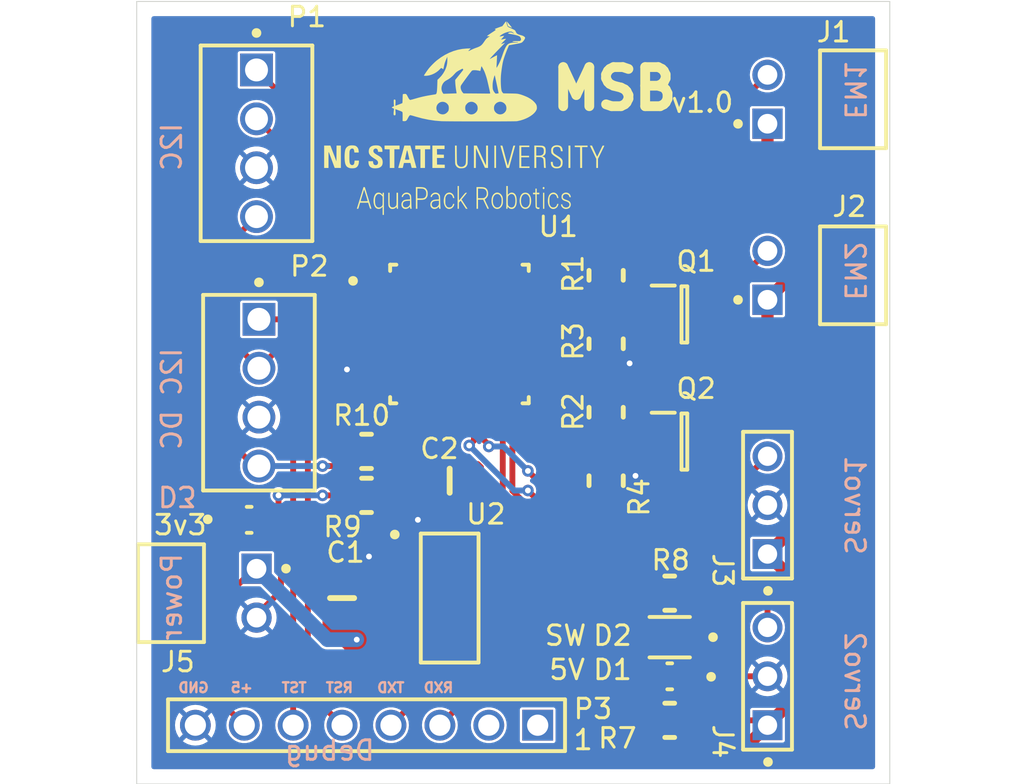
<source format=kicad_pcb>
(kicad_pcb (version 20221018) (generator pcbnew)
  (layers (0 "F.Cu" signal) (31 "B.Cu" signal) (34 "B.Paste" user) (35 "F.Paste" user) (36 "B.SilkS" user "B.Silkscreen") (37 "F.SilkS" user "F.Silkscreen") (38 "B.Mask" user) (39 "F.Mask" user) (44 "Edge.Cuts" user))
  (net 0 "")
  (net 1 "+3V3")
  (net 2 "GND")
  (net 3 "+5")
  (net 4 "Net-(C2-Pad1)")
  (net 5 "Net-(D1-A)")
  (net 6 "Net-(D2-A)")
  (net 7 "Net-(D3-A)")
  (net 8 "Net-(Q1-D)")
  (net 9 "Net-(Q2-D)")
  (net 10 "/SERVO1_CTRL")
  (net 11 "/SERVO2_CTRL")
  (net 12 "/SCL")
  (net 13 "/SDA")
  (net 16 "/RXD")
  (net 17 "/TXD")
  (net 18 "/RST")
  (net 19 "/TST")
  (net 20 "Net-(Q1-G)")
  (net 21 "Net-(Q2-G)")
  (net 22 "/DROP1_CTRL")
  (net 23 "/DROP2_CTRL")
  (net 24 "Net-(U1-P6.2{slash}TB3.3)")
  (footprint "AltiumImport:FP-22-05-3021-MFG" (layer "F.Cu") (at 166.0271 89.7636 90)
    (fp_text reference "J1" (at 2.8956 -1.8542 unlocked) (layer "F.SilkS") (effects (font (size 1.016 1.016) (thickness 0.1524)) (justify left bottom)))
    (fp_text value "22-05-3021" hide)
    (pad "1" thru_hole rect (at -1.27 -4.3205 90) (size 1.57 1.57) (drill 1.02) (layers "*.Cu" "*.Mask") (net 3 "+5"))
    (pad "2" thru_hole circle (at 1.27 -4.3205 90) (size 1.57 1.57) (drill 1.02) (layers "*.Cu" "*.Mask") (net 8 "Net-(Q1-D)"))
  )
  (footprint "AltiumImport:SMD-0805-RES" (layer "F.Cu") (at 156.6291 122.0216 90)
    (fp_text reference "R7" (at -1.524 -3.81 unlocked) (layer "F.SilkS") (effects (font (size 1.016 1.016) (thickness 0.1524)) (justify left bottom)))
    (fp_text value "309" hide)
    (pad "1" smd rect (at 0 -1.016) (size 1.016 1.524) (layers "F.Cu" "F.Paste" "F.Mask") (net 5 "Net-(D1-A)"))
    (pad "2" smd rect (at 0 1.016) (size 1.016 1.524) (layers "F.Cu" "F.Paste" "F.Mask") (net 3 "+5"))
  )
  (footprint "AltiumImport:SMD-0805-RES" (layer "F.Cu") (at 140.8811 108.0516 -90)
    (fp_text reference "R10" (at -1.27 1.8288 unlocked) (layer "F.SilkS") (effects (font (size 1.016 1.016) (thickness 0.1524)) (justify left bottom)))
    (fp_text value "0.0" hide)
    (pad "1" smd rect (at 0 -1.016 180) (size 1.016 1.524) (layers "F.Cu" "F.Paste" "F.Mask") (net 4 "Net-(C2-Pad1)"))
    (pad "2" smd rect (at 0 1.016 180) (size 1.016 1.524) (layers "F.Cu" "F.Paste" "F.Mask") (net 1 "+3V3"))
  )
  (footprint "AltiumImport:FP-PT0048A-MFG" (layer "F.Cu") (at 145.7071 101.9556)
    (fp_text reference "U1" (at 4.0132 -4.9784 unlocked) (layer "F.SilkS") (effects (font (size 1.016 1.016) (thickness 0.1524)) (justify left bottom)))
    (fp_text value "MSP430FR2355TPTR" hide)
    (pad "1" smd rect (at -4.25 -2.75) (size 1.4 0.3) (layers "F.Cu" "F.Paste" "F.Mask") (net 13 "/SDA"))
    (pad "2" smd rect (at -4.25 -2.25) (size 1.4 0.3) (layers "F.Cu" "F.Paste" "F.Mask"))
    (pad "3" smd rect (at -4.25 -1.75) (size 1.4 0.3) (layers "F.Cu" "F.Paste" "F.Mask"))
    (pad "4" smd rect (at -4.25 -1.25) (size 1.4 0.3) (layers "F.Cu" "F.Paste" "F.Mask") (net 19 "/TST"))
    (pad "5" smd rect (at -4.25 -0.75) (size 1.4 0.3) (layers "F.Cu" "F.Paste" "F.Mask") (net 18 "/RST"))
    (pad "6" smd rect (at -4.25 -0.25) (size 1.4 0.3) (layers "F.Cu" "F.Paste" "F.Mask") (net 1 "+3V3"))
    (pad "7" smd rect (at -4.25 0.25) (size 1.4 0.3) (layers "F.Cu" "F.Paste" "F.Mask") (net 2 "GND"))
    (pad "8" smd rect (at -4.25 0.75) (size 1.4 0.3) (layers "F.Cu" "F.Paste" "F.Mask"))
    (pad "9" smd rect (at -4.25 1.25) (size 1.4 0.3) (layers "F.Cu" "F.Paste" "F.Mask"))
    (pad "10" smd rect (at -4.25 1.75) (size 1.4 0.3) (layers "F.Cu" "F.Paste" "F.Mask"))
    (pad "11" smd rect (at -4.25 2.25) (size 1.4 0.3) (layers "F.Cu" "F.Paste" "F.Mask"))
    (pad "12" smd rect (at -4.25 2.75) (size 1.4 0.3) (layers "F.Cu" "F.Paste" "F.Mask"))
    (pad "13" smd rect (at -2.75 4.25) (size 0.3 1.4) (layers "F.Cu" "F.Paste" "F.Mask"))
    (pad "14" smd rect (at -2.25 4.25) (size 0.3 1.4) (layers "F.Cu" "F.Paste" "F.Mask"))
    (pad "15" smd rect (at -1.75 4.25) (size 0.3 1.4) (layers "F.Cu" "F.Paste" "F.Mask"))
    (pad "16" smd rect (at -1.25 4.25) (size 0.3 1.4) (layers "F.Cu" "F.Paste" "F.Mask"))
    (pad "17" smd rect (at -0.75 4.25) (size 0.3 1.4) (layers "F.Cu" "F.Paste" "F.Mask"))
    (pad "18" smd rect (at -0.25 4.25) (size 0.3 1.4) (layers "F.Cu" "F.Paste" "F.Mask"))
    (pad "19" smd rect (at 0.25 4.25) (size 0.3 1.4) (layers "F.Cu" "F.Paste" "F.Mask"))
    (pad "20" smd rect (at 0.75 4.25) (size 0.3 1.4) (layers "F.Cu" "F.Paste" "F.Mask") (net 24 "Net-(U1-P6.2{slash}TB3.3)"))
    (pad "21" smd rect (at 1.25 4.25) (size 0.3 1.4) (layers "F.Cu" "F.Paste" "F.Mask") (net 11 "/SERVO2_CTRL"))
    (pad "22" smd rect (at 1.75 4.25) (size 0.3 1.4) (layers "F.Cu" "F.Paste" "F.Mask") (net 10 "/SERVO1_CTRL"))
    (pad "23" smd rect (at 2.25 4.25) (size 0.3 1.4) (layers "F.Cu" "F.Paste" "F.Mask") (net 17 "/TXD"))
    (pad "24" smd rect (at 2.75 4.25) (size 0.3 1.4) (layers "F.Cu" "F.Paste" "F.Mask") (net 16 "/RXD"))
    (pad "25" smd rect (at 4.25 2.75) (size 1.4 0.3) (layers "F.Cu" "F.Paste" "F.Mask"))
    (pad "26" smd rect (at 4.25 2.25) (size 1.4 0.3) (layers "F.Cu" "F.Paste" "F.Mask"))
    (pad "27" smd rect (at 4.25 1.75) (size 1.4 0.3) (layers "F.Cu" "F.Paste" "F.Mask"))
    (pad "28" smd rect (at 4.25 1.25) (size 1.4 0.3) (layers "F.Cu" "F.Paste" "F.Mask") (net 23 "/DROP2_CTRL"))
    (pad "29" smd rect (at 4.25 0.75) (size 1.4 0.3) (layers "F.Cu" "F.Paste" "F.Mask"))
    (pad "30" smd rect (at 4.25 0.25) (size 1.4 0.3) (layers "F.Cu" "F.Paste" "F.Mask") (net 22 "/DROP1_CTRL"))
    (pad "31" smd rect (at 4.25 -0.25) (size 1.4 0.3) (layers "F.Cu" "F.Paste" "F.Mask"))
    (pad "32" smd rect (at 4.25 -0.75) (size 1.4 0.3) (layers "F.Cu" "F.Paste" "F.Mask"))
    (pad "33" smd rect (at 4.25 -1.25) (size 1.4 0.3) (layers "F.Cu" "F.Paste" "F.Mask"))
    (pad "34" smd rect (at 4.25 -1.75) (size 1.4 0.3) (layers "F.Cu" "F.Paste" "F.Mask"))
    (pad "35" smd rect (at 4.25 -2.25) (size 1.4 0.3) (layers "F.Cu" "F.Paste" "F.Mask"))
    (pad "36" smd rect (at 4.25 -2.75) (size 1.4 0.3) (layers "F.Cu" "F.Paste" "F.Mask"))
    (pad "37" smd rect (at 2.75 -4.25) (size 0.3 1.4) (layers "F.Cu" "F.Paste" "F.Mask"))
    (pad "38" smd rect (at 2.25 -4.25) (size 0.3 1.4) (layers "F.Cu" "F.Paste" "F.Mask"))
    (pad "39" smd rect (at 1.75 -4.25) (size 0.3 1.4) (layers "F.Cu" "F.Paste" "F.Mask"))
    (pad "40" smd rect (at 1.25 -4.25) (size 0.3 1.4) (layers "F.Cu" "F.Paste" "F.Mask"))
    (pad "41" smd rect (at 0.75 -4.25) (size 0.3 1.4) (layers "F.Cu" "F.Paste" "F.Mask"))
    (pad "42" smd rect (at 0.25 -4.25) (size 0.3 1.4) (layers "F.Cu" "F.Paste" "F.Mask"))
    (pad "43" smd rect (at -0.25 -4.25) (size 0.3 1.4) (layers "F.Cu" "F.Paste" "F.Mask"))
    (pad "44" smd rect (at -0.75 -4.25) (size 0.3 1.4) (layers "F.Cu" "F.Paste" "F.Mask"))
    (pad "45" smd rect (at -1.25 -4.25) (size 0.3 1.4) (layers "F.Cu" "F.Paste" "F.Mask"))
    (pad "46" smd rect (at -1.75 -4.25) (size 0.3 1.4) (layers "F.Cu" "F.Paste" "F.Mask"))
    (pad "47" smd rect (at -2.25 -4.25) (size 0.3 1.4) (layers "F.Cu" "F.Paste" "F.Mask"))
    (pad "48" smd rect (at -2.75 -4.25) (size 0.3 1.4) (layers "F.Cu" "F.Paste" "F.Mask") (net 12 "/SCL"))
  )
  (footprint "AltiumImport:SMD-0805-RES" (layer "F.Cu") (at 153.3271 98.9076)
    (fp_text reference "R1" (at -1.1176 1.016 90 unlocked) (layer "F.SilkS") (effects (font (size 1.016 1.016) (thickness 0.1524)) (justify left bottom)))
    (fp_text value "200" hide)
    (pad "1" smd rect (at 0 -1.016 270) (size 1.016 1.524) (layers "F.Cu" "F.Paste" "F.Mask") (net 22 "/DROP1_CTRL"))
    (pad "2" smd rect (at 0 1.016 270) (size 1.016 1.524) (layers "F.Cu" "F.Paste" "F.Mask") (net 20 "Net-(Q1-G)"))
  )
  (footprint "LOGO" (layer "F.Cu") (at 145.9611 90.7796)
    (fp_text reference "G***" hide)
    (fp_text value "LOGO" hide)
  )
  (footprint "AltiumImport:SMD-0805-RES" (layer "F.Cu") (at 153.3271 109.5756 180)
    (fp_text reference "R4" (at -2.3114 -1.9558 90 unlocked) (layer "F.SilkS") (effects (font (size 1.016 1.016) (thickness 0.1524)) (justify left bottom)))
    (fp_text value "10k" hide)
    (pad "1" smd rect (at 0 -1.016 90) (size 1.016 1.524) (layers "F.Cu" "F.Paste" "F.Mask") (net 2 "GND"))
    (pad "2" smd rect (at 0 1.016 90) (size 1.016 1.524) (layers "F.Cu" "F.Paste" "F.Mask") (net 21 "Net-(Q2-G)"))
  )
  (footprint "AltiumImport:SMD-0805-RES" (layer "F.Cu") (at 153.3271 106.0196)
    (fp_text reference "R2" (at -1.1176 1.0668 90 unlocked) (layer "F.SilkS") (effects (font (size 1.016 1.016) (thickness 0.1524)) (justify left bottom)))
    (fp_text value "200" hide)
    (pad "1" smd rect (at 0 -1.016 270) (size 1.016 1.524) (layers "F.Cu" "F.Paste" "F.Mask") (net 23 "/DROP2_CTRL"))
    (pad "2" smd rect (at 0 1.016 270) (size 1.016 1.524) (layers "F.Cu" "F.Paste" "F.Mask") (net 21 "Net-(Q2-G)"))
  )
  (footprint "AltiumImport:FP-22-05-3021-MFG" (layer "F.Cu") (at 130.8481 115.4176 -90)
    (fp_text reference "J5" (at 4.1656 0.7366 unlocked) (layer "F.SilkS") (effects (font (size 1.016 1.016) (thickness 0.1524)) (justify left bottom)))
    (fp_text value "22-05-3021" hide)
    (pad "1" thru_hole rect (at -1.27 -4.3205 270) (size 1.57 1.57) (drill 1.02) (layers "*.Cu" "*.Mask") (net 3 "+5"))
    (pad "2" thru_hole circle (at 1.27 -4.3205 270) (size 1.57 1.57) (drill 1.02) (layers "*.Cu" "*.Mask") (net 2 "GND"))
  )
  (footprint "AltiumImport:SMD-0805-RES" (layer "F.Cu") (at 156.6291 115.4176 90)
    (fp_text reference "R8" (at 1.1176 -1.0414 unlocked) (layer "F.SilkS") (effects (font (size 1.016 1.016) (thickness 0.1524)) (justify left bottom)))
    (fp_text value "76.8" hide)
    (pad "1" smd rect (at 0 -1.016) (size 1.016 1.524) (layers "F.Cu" "F.Paste" "F.Mask") (net 24 "Net-(U1-P6.2{slash}TB3.3)"))
    (pad "2" smd rect (at 0 1.016) (size 1.016 1.524) (layers "F.Cu" "F.Paste" "F.Mask") (net 6 "Net-(D2-A)"))
  )
  (footprint "AltiumImport:FP-150080SS75000-MFG" (layer "F.Cu") (at 134.7851 111.6076)
    (fp_text reference "D3" (at -4.826 -1.8288 180 unlocked) (layer "B.SilkS") (effects (font (size 1.016 1.016) (thickness 0.1524)) (justify left bottom mirror)))
    (fp_text value "1.9V" hide)
    (pad "1" smd rect (at -1.05 0) (size 1.1 1.2) (layers "F.Cu" "F.Paste" "F.Mask") (net 2 "GND"))
    (pad "2" smd rect (at 1.05 0) (size 1.1 1.2) (layers "F.Cu" "F.Paste" "F.Mask") (net 7 "Net-(D3-A)"))
  )
  (footprint "AltiumImport:SOT-223_L" (layer "F.Cu") (at 145.1991 115.6716)
    (fp_text reference "U2" (at 0.762 -3.7592 unlocked) (layer "F.SilkS") (effects (font (size 1.016 1.016) (thickness 0.1524)) (justify left bottom)))
    (fp_text value "LD1117S33TR" hide)
    (pad "1" smd rect (at -2.85 -2.3 90) (size 0.9 2.1) (layers "F.Cu" "F.Paste" "F.Mask") (net 2 "GND"))
    (pad "2" smd rect (at -2.85 0 90) (size 0.9 2.1) (layers "F.Cu" "F.Paste" "F.Mask") (net 4 "Net-(C2-Pad1)"))
    (pad "3" smd rect (at -2.85 2.3 90) (size 0.9 2.1) (layers "F.Cu" "F.Paste" "F.Mask") (net 3 "+5"))
    (pad "4" smd rect (at 2.85 0 90) (size 3.2 2.1) (layers "F.Cu" "F.Paste" "F.Mask") (net 4 "Net-(C2-Pad1)"))
  )
  (footprint "AltiumImport:SMD-0805-RES" (layer "F.Cu") (at 153.3271 102.4636 180)
    (fp_text reference "R3" (at 1.1176 -0.9652 90 unlocked) (layer "F.SilkS") (effects (font (size 1.016 1.016) (thickness 0.1524)) (justify left bottom)))
    (fp_text value "10k" hide)
    (pad "1" smd rect (at 0 -1.016 90) (size 1.016 1.524) (layers "F.Cu" "F.Paste" "F.Mask") (net 2 "GND"))
    (pad "2" smd rect (at 0 1.016 90) (size 1.016 1.524) (layers "F.Cu" "F.Paste" "F.Mask") (net 20 "Net-(Q1-G)"))
  )
  (footprint "AltiumImport:61300811121" (layer "F.Cu") (at 140.8811 122.2756 180)
    (fp_text reference "P3" (at -10.668 0.254 unlocked) (layer "F.SilkS") (effects (font (size 1.016 1.016) (thickness 0.1524)) (justify left bottom)))
    (fp_text value "61300811121" hide)
    (fp_text user "1" (at -10.668 -0.762 unlocked) (layer "F.SilkS") (effects (font (size 1.016 1.016) (thickness 0.1524) bold) (justify left)))
    (pad "1" thru_hole rect (at -8.89 0 180) (size 1.6 1.6) (drill 1.1) (layers "*.Cu" "*.Mask"))
    (pad "2" thru_hole circle (at -6.35 0 180) (size 1.6 1.6) (drill 1.1) (layers "*.Cu" "*.Mask"))
    (pad "3" thru_hole circle (at -3.81 0 180) (size 1.6 1.6) (drill 1.1) (layers "*.Cu" "*.Mask") (net 16 "/RXD"))
    (pad "4" thru_hole circle (at -1.27 0 180) (size 1.6 1.6) (drill 1.1) (layers "*.Cu" "*.Mask") (net 17 "/TXD"))
    (pad "5" thru_hole circle (at 1.27 0 180) (size 1.6 1.6) (drill 1.1) (layers "*.Cu" "*.Mask") (net 18 "/RST"))
    (pad "6" thru_hole circle (at 3.81 0 180) (size 1.6 1.6) (drill 1.1) (layers "*.Cu" "*.Mask") (net 19 "/TST"))
    (pad "7" thru_hole circle (at 6.35 0 180) (size 1.6 1.6) (drill 1.1) (layers "*.Cu" "*.Mask") (net 3 "+5"))
    (pad "8" thru_hole circle (at 8.89 0 180) (size 1.6 1.6) (drill 1.1) (layers "*.Cu" "*.Mask") (net 2 "GND"))
  )
  (footprint "AltiumImport:MOLX-22-27-2041_V" (layer "F.Cu") (at 135.1661 92.0496 90)
    (fp_text reference "P1" (at 5.96912 1.52417 unlocked) (layer "F.SilkS") (effects (font (size 1.016 1.016) (thickness 0.1524)) (justify left bottom)))
    (fp_text value "22-27-2041" hide)
    (pad "1" thru_hole rect (at 3.81 0 270) (size 1.7 1.7) (drill 1.19) (layers "*.Cu" "*.Mask") (net 12 "/SCL"))
    (pad "2" thru_hole circle (at 1.27 0 270) (size 1.7 1.7) (drill 1.19) (layers "*.Cu" "*.Mask") (net 13 "/SDA"))
    (pad "3" thru_hole circle (at -1.27 0 270) (size 1.7 1.7) (drill 1.19) (layers "*.Cu" "*.Mask") (net 2 "GND"))
    (pad "4" thru_hole circle (at -3.81 0 270) (size 1.7 1.7) (drill 1.19) (layers "*.Cu" "*.Mask") (net 1 "+3V3"))
  )
  (footprint "AltiumImport:FP-22-05-3021-MFG" (layer "F.Cu") (at 166.0271 98.9076 90)
    (fp_text reference "J2" (at 2.9718 -1.0414 unlocked) (layer "F.SilkS") (effects (font (size 1.016 1.016) (thickness 0.1524)) (justify left bottom)))
    (fp_text value "22-05-3021" hide)
    (pad "1" thru_hole rect (at -1.27 -4.3205 90) (size 1.57 1.57) (drill 1.02) (layers "*.Cu" "*.Mask") (net 3 "+5"))
    (pad "2" thru_hole circle (at 1.27 -4.3205 90) (size 1.57 1.57) (drill 1.02) (layers "*.Cu" "*.Mask") (net 9 "Net-(Q2-D)"))
  )
  (footprint "AltiumImport:MOLX-22-27-2041_V" (layer "F.Cu") (at 135.2931 105.0036 90)
    (fp_text reference "P2" (at 5.96912 1.52417 unlocked) (layer "F.SilkS") (effects (font (size 1.016 1.016) (thickness 0.1524)) (justify left bottom)))
    (fp_text value "22-27-2041" hide)
    (pad "1" thru_hole rect (at 3.81 0 270) (size 1.7 1.7) (drill 1.19) (layers "*.Cu" "*.Mask") (net 12 "/SCL"))
    (pad "2" thru_hole circle (at 1.27 0 270) (size 1.7 1.7) (drill 1.19) (layers "*.Cu" "*.Mask") (net 13 "/SDA"))
    (pad "3" thru_hole circle (at -1.27 0 270) (size 1.7 1.7) (drill 1.19) (layers "*.Cu" "*.Mask") (net 2 "GND"))
    (pad "4" thru_hole circle (at -3.81 0 270) (size 1.7 1.7) (drill 1.19) (layers "*.Cu" "*.Mask") (net 1 "+3V3"))
  )
  (footprint "AltiumImport:FP-90120-0763-MFG" (layer "F.Cu") (at 161.7091 119.7356 90)
    (fp_text reference "J4" (at -2.41321 -2.92088 270 unlocked) (layer "F.SilkS") (effects (font (size 1.016 1.016) (thickness 0.1524)) (justify left bottom)))
    (fp_text value "90120-0763" hide)
    (pad "1" thru_hole rect (at -2.54 0 90) (size 1.55 1.55) (drill 1) (layers "*.Cu" "*.Mask") (net 3 "+5"))
    (pad "2" thru_hole circle (at 0 0 90) (size 1.55 1.55) (drill 1) (layers "*.Cu" "*.Mask") (net 2 "GND"))
    (pad "3" thru_hole circle (at 2.54 0 90) (size 1.55 1.55) (drill 1) (layers "*.Cu" "*.Mask") (net 11 "/SERVO2_CTRL"))
  )
  (footprint "AltiumImport:SMD-0805C" (layer "F.Cu") (at 145.1991 109.5756 -90)
    (fp_text reference "C2" (at -1.0668 1.6256 unlocked) (layer "F.SilkS") (effects (font (size 1.016 1.016) (thickness 0.1524)) (justify left bottom)))
    (fp_text value "10µF" hide)
    (pad "1" smd rect (at 0 -1.016 180) (size 1.016 1.524) (layers "F.Cu" "F.Paste" "F.Mask") (net 4 "Net-(C2-Pad1)"))
    (pad "2" smd rect (at 0 1.016 180) (size 1.016 1.524) (layers "F.Cu" "F.Paste" "F.Mask") (net 2 "GND"))
  )
  (footprint "AltiumImport:FP-LTST-C171GKT-MFG" (layer "F.Cu") (at 156.6291 117.7036 180)
    (fp_text reference "D2" (at 4.064 -0.508 unlocked) (layer "F.SilkS") (effects (font (size 1.016 1.016) (thickness 0.1524)) (justify left bottom)))
    (fp_text value "2.2V" hide)
    (pad "1" smd rect (at -1.05 0 180) (size 1.2 1.2) (layers "F.Cu" "F.Paste" "F.Mask") (net 2 "GND"))
    (pad "2" smd rect (at 1.05 0 180) (size 1.2 1.2) (layers "F.Cu" "F.Paste" "F.Mask") (net 6 "Net-(D2-A)"))
  )
  (footprint "AltiumImport:SOT95P237X122-3N" (layer "F.Cu") (at 157.3911 107.5436)
    (fp_text reference "Q2" (at -0.50783 -2.15912 unlocked) (layer "F.SilkS") (effects (font (size 1.016 1.016) (thickness 0.1524)) (justify left bottom)))
    (fp_text value "FDN5632N-F085" hide)
    (pad "1" smd rect (at -1.1 -0.95) (size 1.2 0.6) (layers "F.Cu" "F.Paste" "F.Mask") (net 21 "Net-(Q2-G)"))
    (pad "2" smd rect (at -1.1 0.95) (size 1.2 0.6) (layers "F.Cu" "F.Paste" "F.Mask") (net 2 "GND"))
    (pad "3" smd rect (at 1.1 0) (size 1.2 0.6) (layers "F.Cu" "F.Paste" "F.Mask") (net 9 "Net-(Q2-D)"))
  )
  (footprint "AltiumImport:SMD-0805C" (layer "F.Cu") (at 139.6111 115.6716 180)
    (fp_text reference "C1" (at 0.9144 1.778 unlocked) (layer "F.SilkS") (effects (font (size 1.016 1.016) (thickness 0.1524)) (justify left bottom)))
    (fp_text value "100pF" hide)
    (pad "1" smd rect (at 0 -1.016 90) (size 1.016 1.524) (layers "F.Cu" "F.Paste" "F.Mask") (net 3 "+5"))
    (pad "2" smd rect (at 0 1.016 90) (size 1.016 1.524) (layers "F.Cu" "F.Paste" "F.Mask") (net 2 "GND"))
  )
  (footprint "AltiumImport:SOT95P237X122-3N" (layer "F.Cu") (at 157.3911 100.9396)
    (fp_text reference "Q1" (at -0.50783 -2.15912 unlocked) (layer "F.SilkS") (effects (font (size 1.016 1.016) (thickness 0.1524)) (justify left bottom)))
    (fp_text value "FDN5632N-F085" hide)
    (pad "1" smd rect (at -1.1 -0.95) (size 1.2 0.6) (layers "F.Cu" "F.Paste" "F.Mask") (net 20 "Net-(Q1-G)"))
    (pad "2" smd rect (at -1.1 0.95) (size 1.2 0.6) (layers "F.Cu" "F.Paste" "F.Mask") (net 2 "GND"))
    (pad "3" smd rect (at 1.1 0) (size 1.2 0.6) (layers "F.Cu" "F.Paste" "F.Mask") (net 8 "Net-(Q1-D)"))
  )
  (footprint "AltiumImport:FP-150080SS75000-MFG" (layer "F.Cu") (at 156.6291 119.7356 180)
    (fp_text reference "D1" (at 4.064 -0.254 unlocked) (layer "F.SilkS") (effects (font (size 1.016 1.016) (thickness 0.1524)) (justify left bottom)))
    (fp_text value "1.9V" hide)
    (pad "1" smd rect (at -1.05 0 180) (size 1.1 1.2) (layers "F.Cu" "F.Paste" "F.Mask") (net 2 "GND"))
    (pad "2" smd rect (at 1.05 0 180) (size 1.1 1.2) (layers "F.Cu" "F.Paste" "F.Mask") (net 5 "Net-(D1-A)"))
  )
  (footprint "AltiumImport:FP-90120-0763-MFG" (layer "F.Cu") (at 161.7091 110.8456 90)
    (fp_text reference "J3" (at -2.41321 -2.92088 270 unlocked) (layer "F.SilkS") (effects (font (size 1.016 1.016) (thickness 0.1524)) (justify left bottom)))
    (fp_text value "90120-0763" hide)
    (pad "1" thru_hole rect (at -2.54 0 90) (size 1.55 1.55) (drill 1) (layers "*.Cu" "*.Mask") (net 3 "+5"))
    (pad "2" thru_hole circle (at 0 0 90) (size 1.55 1.55) (drill 1) (layers "*.Cu" "*.Mask") (net 2 "GND"))
    (pad "3" thru_hole circle (at 2.54 0 90) (size 1.55 1.55) (drill 1) (layers "*.Cu" "*.Mask") (net 10 "/SERVO1_CTRL"))
  )
  (footprint "AltiumImport:SMD-0805-RES" (layer "F.Cu") (at 140.8811 110.3376 90)
    (fp_text reference "R9" (at -2.2352 -2.3368 unlocked) (layer "F.SilkS") (effects (font (size 1.016 1.016) (thickness 0.1524)) (justify left bottom)))
    (fp_text value "140" hide)
    (pad "1" smd rect (at 0 -1.016) (size 1.016 1.524) (layers "F.Cu" "F.Paste" "F.Mask") (net 7 "Net-(D3-A)"))
    (pad "2" smd rect (at 0 1.016) (size 1.016 1.524) (layers "F.Cu" "F.Paste" "F.Mask") (net 1 "+3V3"))
  )
  (gr_line (start 168.0591 125.3236) (end 168.0591 84.6836) (stroke (width 0.05)) (layer "Edge.Cuts"))
  (gr_line (start 168.0591 84.6836) (end 128.9431 84.6836) (stroke (width 0.05)) (layer "Edge.Cuts"))
  (gr_line (start 128.9431 125.3236) (end 168.0591 125.3236) (stroke (width 0.05)) (layer "Edge.Cuts"))
  (gr_line (start 128.9431 84.6836) (end 128.9431 125.3236) (stroke (width 0.05)) (layer "Edge.Cuts"))
  (gr_text "Debug" (at 141.3891 124.1806) (layer "B.SilkS") (effects (font (size 1.016 1.016) (thickness 0.1524)) (justify left bottom mirror)))
  (gr_text "I2C" (at 131.3561 90.9066 90) (layer "B.SilkS") (effects (font (size 1.016 1.016) (thickness 0.1524)) (justify left bottom mirror)))
  (gr_text "Power" (at 131.3561 113.2586 90) (layer "B.SilkS") (effects (font (size 1.016 1.016) (thickness 0.1524)) (justify left bottom mirror)))
  (gr_text "RST" (at 140.2461 120.6246) (layer "B.SilkS") (effects (font (size 0.508 0.508) (thickness 0.127)) (justify left bottom mirror)))
  (gr_text "GND" (at 132.7531 120.6246) (layer "B.SilkS") (effects (font (size 0.508 0.508) (thickness 0.127)) (justify left bottom mirror)))
  (gr_text "I2C DC" (at 131.3561 102.5906 90) (layer "B.SilkS") (effects (font (size 1.016 1.016) (thickness 0.1524)) (justify left bottom mirror)))
  (gr_text "EM1" (at 165.6461 90.9066 270) (layer "B.SilkS") (effects (font (size 1.016 1.016) (thickness 0.1524)) (justify left bottom mirror)))
  (gr_text "Servo2" (at 165.6461 122.6566 270) (layer "B.SilkS") (effects (font (size 1.016 1.016) (thickness 0.1524)) (justify left bottom mirror)))
  (gr_text "+5" (at 135.0391 120.6246) (layer "B.SilkS") (effects (font (size 0.508 0.508) (thickness 0.127)) (justify left bottom mirror)))
  (gr_text "Servo1" (at 165.6461 113.5126 270) (layer "B.SilkS") (effects (font (size 1.016 1.016) (thickness 0.1524)) (justify left bottom mirror)))
  (gr_text "RXD" (at 145.4531 120.6246) (layer "B.SilkS") (effects (font (size 0.508 0.508) (thickness 0.127) bold) (justify left bottom mirror)))
  (gr_text "TST" (at 137.8331 120.6246) (layer "B.SilkS") (effects (font (size 0.508 0.508) (thickness 0.127)) (justify left bottom mirror)))
  (gr_text "EM2" (at 165.6461 100.3046 270) (layer "B.SilkS") (effects (font (size 1.016 1.016) (thickness 0.1524)) (justify left bottom mirror)))
  (gr_text "TXD" (at 142.9131 120.6246) (layer "B.SilkS") (effects (font (size 0.508 0.508) (thickness 0.127)) (justify left bottom mirror)))
  (gr_text "MSB" (at 150.2791 90.3986) (layer "F.SilkS") (effects (font (size 2.032 2.032) (thickness 0.508) bold) (justify left bottom)))
  (gr_text "SW" (at 150.0505 118.2116) (layer "F.SilkS") (effects (font (size 1.016 1.016) (thickness 0.1524)) (justify left bottom)))
  (gr_text "v1.0" (at 156.6291 90.5256 359.9998471) (layer "F.SilkS") (effects (font (size 1.016 1.016) (thickness 0.1524)) (justify left bottom)))
  (gr_text "3v3" (at 129.7559 112.4712) (layer "F.SilkS") (effects (font (size 1.016 1.016) (thickness 0.1524)) (justify left bottom)))
  (gr_text "5V" (at 150.2791 119.9896) (layer "F.SilkS") (effects (font (size 1.016 1.016) (thickness 0.1524)) (justify left bottom)))
  (segment (start 139.1031 107.0356) (end 139.1031 103.20381) (width 0.3048) (layer "F.Cu") (net 1))
  (segment (start 132.7531 98.2726) (end 135.1661 95.8596) (width 0.3048) (layer "F.Cu") (net 1))
  (segment (start 139.8651 108.3056) (end 139.8651 108.0516) (width 0.3048) (layer "F.Cu") (net 1))
  (segment (start 139.1031 103.20381) (end 140.59891 101.708) (width 0.3048) (layer "F.Cu") (net 1))
  (segment (start 139.3571 108.8136) (end 139.8651 108.3056) (width 0.3048) (layer "F.Cu") (net 1))
  (segment (start 132.7531 106.5276) (end 135.0391 108.8136) (width 0.3048) (layer "F.Cu") (net 1))
  (segment (start 140.59891 101.708) (end 141.4547 101.708) (width 0.3048) (layer "F.Cu") (net 1))
  (segment (start 132.7531 106.5276) (end 132.7531 98.2726) (width 0.3048) (layer "F.Cu") (net 1))
  (segment (start 141.8971 110.3376) (end 141.8971 110.0836) (width 0.3048) (layer "F.Cu") (net 1))
  (segment (start 139.1031 107.0356) (end 139.8651 107.7976) (width 0.3048) (layer "F.Cu") (net 1))
  (segment (start 139.8651 108.3056) (end 140.2207 108.6612) (width 0.3048) (layer "F.Cu") (net 1))
  (segment (start 140.2207 108.6612) (end 140.4747 108.6612) (width 0.3048) (layer "F.Cu") (net 1))
  (segment (start 139.8651 108.0516) (end 139.8651 107.7976) (width 0.3048) (layer "F.Cu") (net 1))
  (segment (start 141.4547 101.708) (end 141.4571 101.7056) (width 0.3048) (layer "F.Cu") (net 1))
  (segment (start 138.5951 108.8136) (end 139.3571 108.8136) (width 0.3048) (layer "F.Cu") (net 1))
  (segment (start 140.4747 108.6612) (end 141.8971 110.0836) (width 0.3048) (layer "F.Cu") (net 1))
  (via (at 138.5951 108.8136) (size 0.6) (drill 0.3) (layers "F.Cu" "B.Cu") (net 1))
  (segment (start 135.0391 108.8136) (end 138.8491 108.8136) (width 0.3048) (layer "B.Cu") (net 1))
  (segment (start 153.5811 110.5916) (end 154.8511 109.3216) (width 0.3048) (layer "F.Cu") (net 2))
  (segment (start 156.1435 108.6412) (end 156.2911 108.4936) (width 0.3048) (layer "F.Cu") (net 2))
  (segment (start 141.4547 102.208) (end 141.4571 102.2056) (width 0.3048) (layer "F.Cu") (net 2))
  (segment (start 154.5463 103.4796) (end 155.8435 102.1824) (width 0.3048) (layer "F.Cu") (net 2))
  (segment (start 155.8435 102.1824) (end 155.8435 102.0372) (width 0.3048) (layer "F.Cu") (net 2))
  (segment (start 157.6791 119.7356) (end 157.6791 117.7036) (width 0.3048) (layer "F.Cu") (net 2))
  (segment (start 139.8651 103.7976) (end 139.87717 103.78553) (width 0.3048) (layer "F.Cu") (net 2))
  (segment (start 133.7351 111.6576) (end 134.72854 112.65104) (width 0.3048) (layer "F.Cu") (net 2))
  (segment (start 153.3271 103.4796) (end 154.5463 103.4796) (width 0.3048) (layer "F.Cu") (net 2))
  (segment (start 155.9911 101.8896) (end 156.2911 101.8896) (width 0.3048) (layer "F.Cu") (net 2))
  (segment (start 155.8435 102.0372) (end 155.9911 101.8896) (width 0.3048) (layer "F.Cu") (net 2))
  (segment (start 155.5315 108.6412) (end 156.1435 108.6412) (width 0.3048) (layer "F.Cu") (net 2))
  (segment (start 136.4361 115.2906) (end 136.4361 113.2586) (width 0.3048) (layer "F.Cu") (net 2))
  (segment (start 134.72854 112.65104) (end 135.82854 112.65104) (width 0.3048) (layer "F.Cu") (net 2))
  (segment (start 139.87717 103.78553) (end 139.87717 103.0404) (width 0.3048) (layer "F.Cu") (net 2))
  (segment (start 139.87717 103.0404) (end 140.70957 102.208) (width 0.3048) (layer "F.Cu") (net 2))
  (segment (start 133.7351 111.6576) (end 133.7351 111.6076) (width 0.3048) (layer "F.Cu") (net 2))
  (segment (start 140.70957 102.208) (end 141.4547 102.208) (width 0.3048) (layer "F.Cu") (net 2))
  (segment (start 153.3271 110.5916) (end 153.5811 110.5916) (width 0.3048) (layer "F.Cu") (net 2))
  (segment (start 135.82854 112.65104) (end 136.4361 113.2586) (width 0.3048) (layer "F.Cu") (net 2))
  (segment (start 157.6791 119.7356) (end 161.7091 119.7356) (width 0.3048) (layer "F.Cu") (net 2))
  (segment (start 154.8511 109.3216) (end 155.5315 108.6412) (width 0.3048) (layer "F.Cu") (net 2))
  (segment (start 135.0391 116.6876) (end 136.4361 115.2906) (width 0.3048) (layer "F.Cu") (net 2))
  (via (at 141.0081 113.5126) (size 0.6) (drill 0.3) (layers "F.Cu" "B.Cu") (net 2))
  (via (at 154.5463 103.4796) (size 0.6) (drill 0.3) (layers "F.Cu" "B.Cu") (net 2))
  (via (at 154.8511 109.3216) (size 0.6) (drill 0.3) (layers "F.Cu" "B.Cu") (net 2))
  (via (at 139.8651 103.7976) (size 0.6) (drill 0.3) (layers "F.Cu" "B.Cu") (net 2))
  (via (at 143.5481 111.6076) (size 0.6) (drill 0.3) (layers "F.Cu" "B.Cu") (net 2))
  (segment (start 161.7091 113.3856) (end 163.9951 111.0996) (width 0.635) (layer "F.Cu") (net 3))
  (segment (start 159.9311 124.0536) (end 161.7091 122.2756) (width 0.635) (layer "F.Cu") (net 3))
  (segment (start 140.8811 123.11305) (end 140.8811 120.6246) (width 0.635) (layer "F.Cu") (net 3))
  (segment (start 163.9951 111.0996) (end 163.9951 106.0196) (width 0.635) (layer "F.Cu") (net 3))
  (segment (start 133.5151 121.2596) (end 133.5151 115.6716) (width 0.3048) (layer "F.Cu") (net 3))
  (segment (start 140.8811 120.6246) (end 142.3491 119.1566) (width 0.635) (layer "F.Cu") (net 3))
  (segment (start 161.7066 103.7311) (end 161.7066 100.1776) (width 0.635) (layer "F.Cu") (net 3))
  (segment (start 161.7091 122.2756) (end 163.9951 119.9896) (width 0.635) (layer "F.Cu") (net 3))
  (segment (start 161.7091 113.3856) (end 163.9951 115.6716) (width 0.635) (layer "F.Cu") (net 3))
  (segment (start 157.6451 122.0216) (end 161.4551 122.0216) (width 0.3048) (layer "F.Cu") (net 3))
  (segment (start 161.7066 100.1776) (end 163.4871 98.3971) (width 0.635) (layer "F.Cu") (net 3))
  (segment (start 133.5151 121.2596) (end 134.5311 122.2756) (width 0.3048) (layer "F.Cu") (net 3))
  (segment (start 140.8811 123.11305) (end 141.82165 124.0536) (width 0.635) (layer "F.Cu") (net 3))
  (segment (start 161.4551 122.0216) (end 161.7091 122.2756) (width 0.3048) (layer "F.Cu") (net 3))
  (segment (start 161.7066 95.0951) (end 163.4871 96.8756) (width 0.635) (layer "F.Cu") (net 3))
  (segment (start 133.5151 115.6716) (end 135.0391 114.1476) (width 0.3048) (layer "F.Cu") (net 3))
  (segment (start 163.9951 119.9896) (end 163.9951 115.6716) (width 0.635) (layer "F.Cu") (net 3))
  (segment (start 163.4871 98.3971) (end 163.4871 96.8756) (width 0.635) (layer "F.Cu") (net 3))
  (segment (start 161.7066 95.0951) (end 161.7066 91.0336) (width 0.635) (layer "F.Cu") (net 3))
  (segment (start 142.3491 119.1566) (end 142.3491 117.9716) (width 0.635) (layer "F.Cu") (net 3))
  (segment (start 161.7066 103.7311) (end 163.9951 106.0196) (width 0.635) (layer "F.Cu") (net 3))
  (segment (start 141.82165 124.0536) (end 159.9311 124.0536) (width 0.635) (layer "F.Cu") (net 3))
  (via (at 140.3731 117.8306) (size 0.6) (drill 0.3) (layers "F.Cu" "B.Cu") (net 3))
  (segment (start 135.1686 114.1476) (end 138.8516 117.8306) (width 0.762) (layer "B.Cu") (net 3))
  (segment (start 138.8516 117.8306) (end 140.3731 117.8306) (width 0.762) (layer "B.Cu") (net 3))
  (segment (start 141.8971 108.0516) (end 144.6911 108.0516) (width 0.3048) (layer "F.Cu") (net 4))
  (segment (start 145.6055 108.966) (end 145.8595 108.966) (width 0.3048) (layer "F.Cu") (net 4))
  (segment (start 146.2151 109.5756) (end 146.2151 109.3216) (width 0.3048) (layer "F.Cu") (net 4))
  (segment (start 145.8595 108.966) (end 146.2151 109.3216) (width 0.3048) (layer "F.Cu") (net 4))
  (segment (start 144.6911 108.0516) (end 145.6055 108.966) (width 0.3048) (layer "F.Cu") (net 4))
  (segment (start 155.5791 121.9876) (end 155.5791 119.7356) (width 0.3048) (layer "F.Cu") (net 5))
  (segment (start 155.5791 121.9876) (end 155.6131 122.0216) (width 0.3048) (layer "F.Cu") (net 5))
  (segment (start 157.6451 115.6716) (end 157.6451 115.4176) (width 0.3048) (layer "F.Cu") (net 6))
  (segment (start 156.0267 117.256) (end 156.0607 117.256) (width 0.3048) (layer "F.Cu") (net 6))
  (segment (start 156.0607 117.256) (end 157.6451 115.6716) (width 0.3048) (layer "F.Cu") (net 6))
  (segment (start 155.5791 117.7036) (end 156.0267 117.256) (width 0.3048) (layer "F.Cu") (net 6))
  (segment (start 138.5951 110.3376) (end 139.8651 110.3376) (width 0.3048) (layer "F.Cu") (net 7))
  (segment (start 136.3091 111.0836) (end 136.3091 110.3376) (width 0.3048) (layer "F.Cu") (net 7))
  (segment (start 135.8351 111.5576) (end 136.3091 111.0836) (width 0.3048) (layer "F.Cu") (net 7))
  (segment (start 135.8351 111.6076) (end 135.8351 111.5576) (width 0.3048) (layer "F.Cu") (net 7))
  (via (at 138.5951 110.3376) (size 0.6) (drill 0.3) (layers "F.Cu" "B.Cu") (net 7))
  (via (at 136.3091 110.3376) (size 0.6) (drill 0.3) (layers "F.Cu" "B.Cu") (net 7))
  (segment (start 136.3091 110.3376) (end 138.5951 110.3376) (width 0.3048) (layer "B.Cu") (net 7))
  (segment (start 159.9311 90.2691) (end 161.7066 88.4936) (width 0.3048) (layer "F.Cu") (net 8))
  (segment (start 159.9311 100.1776) (end 159.9311 90.2691) (width 0.3048) (layer "F.Cu") (net 8))
  (segment (start 158.4911 100.9396) (end 159.1691 100.9396) (width 0.3048) (layer "F.Cu") (net 8))
  (segment (start 159.1691 100.9396) (end 159.9311 100.1776) (width 0.3048) (layer "F.Cu") (net 8))
  (segment (start 159.1691 107.5436) (end 160.4391 106.2736) (width 0.3048) (layer "F.Cu") (net 9))
  (segment (start 158.4911 107.5436) (end 159.1691 107.5436) (width 0.3048) (layer "F.Cu") (net 9))
  (segment (start 160.4391 98.9051) (end 161.7066 97.6376) (width 0.3048) (layer "F.Cu") (net 9))
  (segment (start 160.4391 106.2736) (end 160.4391 98.9051) (width 0.3048) (layer "F.Cu") (net 9))
  (segment (start 149.5171 108.44673) (end 152.67797 111.6076) (width 0.3048) (layer "F.Cu") (net 10))
  (segment (start 147.4595 105.45807) (end 147.69137 105.2262) (width 0.3048) (layer "F.Cu") (net 10))
  (segment (start 152.67797 111.6076) (end 158.4071 111.6076) (width 0.3048) (layer "F.Cu") (net 10))
  (segment (start 147.4595 106.2032) (end 147.4595 105.45807) (width 0.3048) (layer "F.Cu") (net 10))
  (segment (start 148.72283 105.2262) (end 149.5171 106.02047) (width 0.3048) (layer "F.Cu") (net 10))
  (segment (start 149.5171 108.44673) (end 149.5171 106.02047) (width 0.3048) (layer "F.Cu") (net 10))
  (segment (start 147.69137 105.2262) (end 148.72283 105.2262) (width 0.3048) (layer "F.Cu") (net 10))
  (segment (start 158.4071 111.6076) (end 161.7091 108.3056) (width 0.3048) (layer "F.Cu") (net 10))
  (segment (start 147.4571 106.2056) (end 147.4595 106.2032) (width 0.3048) (layer "F.Cu") (net 10))
  (segment (start 152.5651 112.3696) (end 158.4071 112.3696) (width 0.3048) (layer "F.Cu") (net 11))
  (segment (start 149.2631 109.0676) (end 152.5651 112.3696) (width 0.3048) (layer "F.Cu") (net 11))
  (segment (start 158.4071 112.3696) (end 161.7091 115.6716) (width 0.3048) (layer "F.Cu") (net 11))
  (segment (start 146.9571 107.44372) (end 147.2311 107.71772) (width 0.3048) (layer "F.Cu") (net 11))
  (segment (start 161.7091 117.1956) (end 161.7091 115.6716) (width 0.3048) (layer "F.Cu") (net 11))
  (segment (start 146.9571 107.44372) (end 146.9571 106.2056) (width 0.3048) (layer "F.Cu") (net 11))
  (segment (start 147.2311 107.7976) (end 147.2311 107.71772) (width 0.3048) (layer "F.Cu") (net 11))
  (via (at 149.2631 109.0676) (size 0.6) (drill 0.3) (layers "F.Cu" "B.Cu") (net 11))
  (via (at 147.2311 107.7976) (size 0.6) (drill 0.3) (layers "F.Cu" "B.Cu") (net 11))
  (segment (start 147.2311 107.7976) (end 147.9931 107.7976) (width 0.3048) (layer "B.Cu") (net 11))
  (segment (start 147.9931 107.7976) (end 149.2631 109.0676) (width 0.3048) (layer "B.Cu") (net 11))
  (segment (start 138.3411 97.09081) (end 139.5035 98.2532) (width 0.3048) (layer "F.Cu") (net 12))
  (segment (start 142.9547 98.2532) (end 142.9571 98.2508) (width 0.3048) (layer "F.Cu") (net 12))
  (segment (start 135.2931 101.1936) (end 136.5631 101.1936) (width 0.3048) (layer "F.Cu") (net 12))
  (segment (start 136.5631 101.1936) (end 139.5035 98.2532) (width 0.3048) (layer "F.Cu") (net 12))
  (segment (start 139.5035 98.2532) (end 142.9547 98.2532) (width 0.3048) (layer "F.Cu") (net 12))
  (segment (start 138.3411 97.09081) (end 138.3411 91.4146) (width 0.3048) (layer "F.Cu") (net 12))
  (segment (start 135.1661 88.2396) (end 138.3411 91.4146) (width 0.3048) (layer "F.Cu") (net 12))
  (segment (start 142.9571 98.2508) (end 142.9571 97.7056) (width 0.3048) (layer "F.Cu") (net 12))
  (segment (start 136.8171 96.6216) (end 136.8171 92.4306) (width 0.3048) (layer "F.Cu") (net 13))
  (segment (start 133.5151 101.9556) (end 133.5151 99.9236) (width 0.3048) (layer "F.Cu") (net 13))
  (segment (start 135.1661 90.7796) (end 136.8171 92.4306) (width 0.3048) (layer "F.Cu") (net 13))
  (segment (start 135.2931 103.7336) (end 139.8187 99.208) (width 0.3048) (layer "F.Cu") (net 13))
  (segment (start 141.4547 99.208) (end 141.4571 99.2056) (width 0.3048) (layer "F.Cu") (net 13))
  (segment (start 133.5151 101.9556) (end 135.2931 103.7336) (width 0.3048) (layer "F.Cu") (net 13))
  (segment (start 133.5151 99.9236) (end 136.8171 96.6216) (width 0.3048) (layer "F.Cu") (net 13))
  (segment (start 139.8187 99.208) (end 141.4547 99.208) (width 0.3048) (layer "F.Cu") (net 13))
  (segment (start 146.2151 120.7516) (end 149.7711 120.7516) (width 0.3048) (layer "F.Cu") (net 16))
  (segment (start 151.2951 119.2276) (end 151.2951 112.93499) (width 0.3048) (layer "F.Cu") (net 16))
  (segment (start 148.4571 110.09699) (end 151.2951 112.93499) (width 0.3048) (layer "F.Cu") (net 16))
  (segment (start 144.6911 122.2756) (end 146.2151 120.7516) (width 0.3048) (layer "F.Cu") (net 16))
  (segment (start 149.7711 120.7516) (end 151.2951 119.2276) (width 0.3048) (layer "F.Cu") (net 16))
  (segment (start 148.4571 110.09699) (end 148.4571 106.2056) (width 0.3048) (layer "F.Cu") (net 16))
  (segment (start 147.9571 110.3016) (end 147.9571 106.2056) (width 0.3048) (layer "F.Cu") (net 17))
  (segment (start 150.7871 118.9736) (end 150.7871 113.1316) (width 0.3048) (layer "F.Cu") (net 17))
  (segment (start 149.5171 120.2436) (end 150.7871 118.9736) (width 0.3048) (layer "F.Cu") (net 17))
  (segment (start 147.9571 110.3016) (end 150.7871 113.1316) (width 0.3048) (layer "F.Cu") (net 17))
  (segment (start 144.1831 120.2436) (end 149.5171 120.2436) (width 0.3048) (layer "F.Cu") (net 17))
  (segment (start 142.1511 122.2756) (end 144.1831 120.2436) (width 0.3048) (layer "F.Cu") (net 17))
  (segment (start 137.8331 120.4976) (end 139.6111 122.2756) (width 0.3048) (layer "F.Cu") (net 18))
  (segment (start 137.8331 120.4976) (end 137.8331 103.86316) (width 0.3048) (layer "F.Cu") (net 18))
  (segment (start 137.8331 103.86316) (end 140.48826 101.208) (width 0.3048) (layer "F.Cu") (net 18))
  (segment (start 141.4547 101.208) (end 141.4571 101.2056) (width 0.3048) (layer "F.Cu") (net 18))
  (segment (start 140.48826 101.208) (end 141.4547 101.208) (width 0.3048) (layer "F.Cu") (net 18))
  (segment (start 140.3507 100.708) (end 141.4547 100.708) (width 0.3048) (layer "F.Cu") (net 19))
  (segment (start 137.0711 122.2756) (end 137.0711 103.9876) (width 0.3048) (layer "F.Cu") (net 19))
  (segment (start 137.0711 103.9876) (end 140.3507 100.708) (width 0.3048) (layer "F.Cu") (net 19))
  (segment (start 141.4547 100.708) (end 141.4571 100.7056) (width 0.3048) (layer "F.Cu") (net 19))
  (segment (start 153.3271 101.4476) (end 153.3271 99.9236) (width 0.3048) (layer "F.Cu") (net 20))
  (segment (start 153.3271 99.9236) (end 153.3931 99.9896) (width 0.3048) (layer "F.Cu") (net 20))
  (segment (start 153.3931 99.9896) (end 156.2911 99.9896) (width 0.3048) (layer "F.Cu") (net 20))
  (segment (start 155.9911 106.5936) (end 156.2911 106.5936) (width 0.3048) (layer "F.Cu") (net 21))
  (segment (start 153.3271 108.5596) (end 153.3271 107.0356) (width 0.3048) (layer "F.Cu") (net 21))
  (segment (start 153.3271 107.0356) (end 155.5491 107.0356) (width 0.3048) (layer "F.Cu") (net 21))
  (segment (start 155.5491 107.0356) (end 155.9911 106.5936) (width 0.3048) (layer "F.Cu") (net 21))
  (segment (start 151.577 101.33083) (end 151.577 100.00857) (width 0.3048) (layer "F.Cu") (net 22))
  (segment (start 151.577 100.00857) (end 152.44937 99.1362) (width 0.3048) (layer "F.Cu") (net 22))
  (segment (start 149.9571 102.2056) (end 149.9595 102.2032) (width 0.3048) (layer "F.Cu") (net 22))
  (segment (start 153.3271 98.8356) (end 153.3271 97.8916) (width 0.3048) (layer "F.Cu") (net 22))
  (segment (start 149.9595 102.2032) (end 150.70463 102.2032) (width 0.3048) (layer "F.Cu") (net 22))
  (segment (start 150.70463 102.2032) (end 151.577 101.33083) (width 0.3048) (layer "F.Cu") (net 22))
  (segment (start 152.44937 99.1362) (end 153.0265 99.1362) (width 0.3048) (layer "F.Cu") (net 22))
  (segment (start 153.0265 99.1362) (end 153.3271 98.8356) (width 0.3048) (layer "F.Cu") (net 22))
  (segment (start 149.9571 103.2056) (end 151.2751 103.2056) (width 0.3048) (layer "F.Cu") (net 23))
  (segment (start 153.0731 105.0036) (end 153.3271 105.0036) (width 0.3048) (layer "F.Cu") (net 23))
  (segment (start 151.2751 103.2056) (end 153.0731 105.0036) (width 0.3048) (layer "F.Cu") (net 23))
  (segment (start 146.4571 107.49414) (end 146.4571 106.2056) (width 0.3048) (layer "F.Cu") (net 24))
  (segment (start 149.2631 110.0836) (end 154.57245 115.39295) (width 0.3048) (layer "F.Cu") (net 24))
  (segment (start 154.57245 115.39295) (end 155.58845 115.39295) (width 0.3048) (layer "F.Cu") (net 24))
  (segment (start 155.58845 115.39295) (end 155.6131 115.4176) (width 0.3048) (layer "F.Cu") (net 24))
  (segment (start 146.25029 107.70095) (end 146.4571 107.49414) (width 0.3048) (layer "F.Cu") (net 24))
  (via (at 149.2631 110.0836) (size 0.6) (drill 0.3) (layers "F.Cu" "B.Cu") (net 24))
  (via (at 146.2151 107.7468) (size 0.6) (drill 0.3) (layers "F.Cu" "B.Cu") (net 24))
  (segment (start 148.55306 110.0836) (end 149.2631 110.0836) (width 0.3048) (layer "B.Cu") (net 24))
  (segment (start 146.25029 107.78083) (end 148.55306 110.0836) (width 0.3048) (layer "B.Cu") (net 24))
  (zone (net 2) (net_name "GND") (layer "F.Cu") (connect_pads yes (clearance 0.127)) (min_thickness 0.25) (fill yes (thermal_gap 0.5) (thermal_bridge_width 0.5))
    (polygon (pts (xy 138.5951 115.1636) (xy 138.8491 115.4176) (xy 140.3731 115.4176) (xy 140.6271 115.1636) (xy 140.6271 114.7826) (xy 141.2621 114.1476) (xy 143.8021 114.1476) (xy 144.1831 113.7666) (xy 144.1831 111.4806) (xy 144.9451 110.7186) (xy 144.9451 108.8136) (xy 144.6911 108.5596) (xy 143.6751 108.5596) (xy 143.2941 108.9406) (xy 143.2941 110.4646) (xy 139.8651 113.8936) (xy 138.8491 113.8936) (xy 138.5951 114.1476)))
  )
  (zone (net 3) (net_name "+5") (layer "F.Cu") (connect_pads yes (clearance 0.127)) (min_thickness 0.25) (fill yes (thermal_gap 0.5) (thermal_bridge_width 0.5))
    (polygon (pts (xy 138.8491 115.9256) (xy 140.3731 115.9256) (xy 140.6271 116.1796) (xy 140.6271 116.5606) (xy 141.3891 117.3226) (xy 143.9291 117.3226) (xy 144.1831 117.5766) (xy 144.1831 118.4656) (xy 143.9291 118.7196) (xy 140.1191 118.7196) (xy 138.5951 117.1956) (xy 138.5951 116.1796)))
  )
  (zone (net 4) (net_name "Net-(C2-Pad1)") (layer "F.Cu") (connect_pads yes (clearance 0.127)) (min_thickness 0.25) (fill yes (thermal_gap 0.5) (thermal_bridge_width 0.5))
    (polygon (pts (xy 146.9771 108.8136) (xy 146.7231 108.5596) (xy 145.7071 108.5596) (xy 145.4531 108.8136) (xy 145.4531 110.5916) (xy 144.4371 111.6076) (xy 144.4371 113.8936) (xy 143.9291 114.4016) (xy 141.3891 114.4016) (xy 140.8811 114.9096) (xy 140.8811 116.4336) (xy 141.5161 117.0686) (xy 144.0561 117.0686) (xy 144.9451 117.9576) (xy 149.0091 117.9576) (xy 149.7711 117.1956) (xy 149.7711 113.6396) (xy 146.9771 110.8456)))
  )
  (zone (net 2) (net_name "GND") (layer "B.Cu") (connect_pads (clearance 0.127)) (min_thickness 0.25) (fill yes (thermal_gap 0.254) (thermal_bridge_width 0.254))
    (polygon (pts (xy 129.7051 85.4456) (xy 167.2971 85.4456) (xy 167.2971 124.5616) (xy 129.7051 124.5616)))
  )
)
</source>
